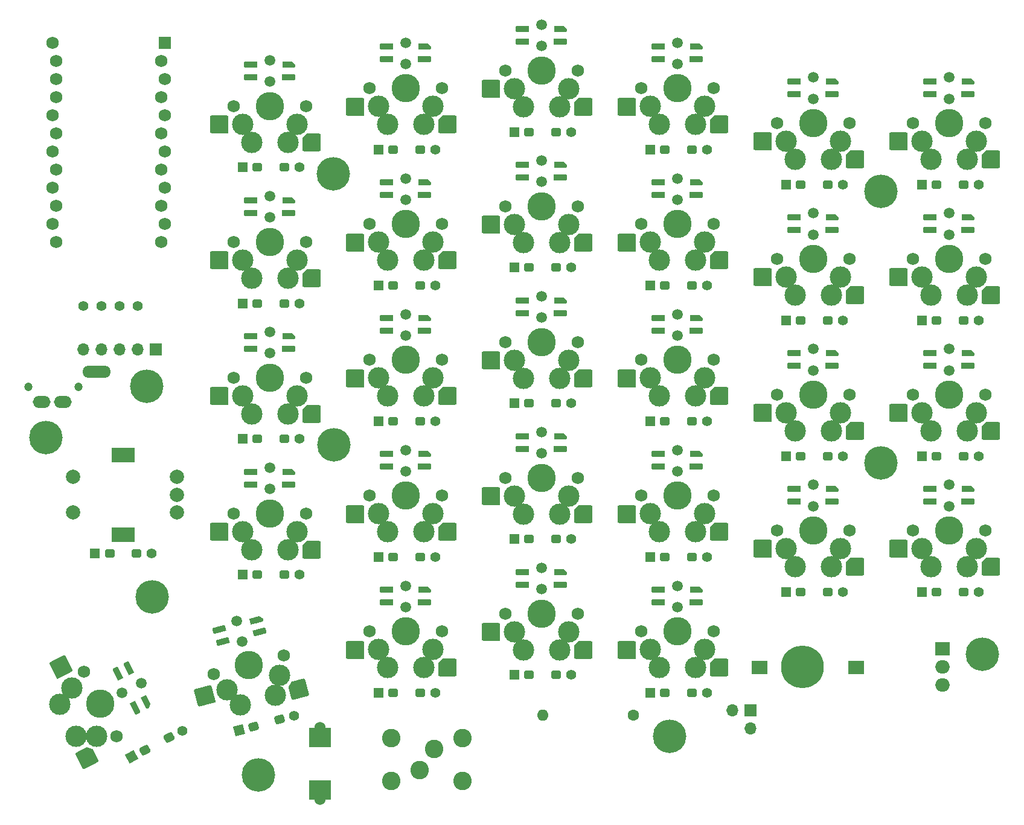
<source format=gts>
G04 #@! TF.GenerationSoftware,KiCad,Pcbnew,(7.0.0-0)*
G04 #@! TF.CreationDate,2023-04-09T16:09:40-07:00*
G04 #@! TF.ProjectId,Sofle_Loud,536f666c-655f-44c6-9f75-642e6b696361,rev?*
G04 #@! TF.SameCoordinates,Original*
G04 #@! TF.FileFunction,Soldermask,Top*
G04 #@! TF.FilePolarity,Negative*
%FSLAX46Y46*%
G04 Gerber Fmt 4.6, Leading zero omitted, Abs format (unit mm)*
G04 Created by KiCad (PCBNEW (7.0.0-0)) date 2023-04-09 16:09:40*
%MOMM*%
%LPD*%
G01*
G04 APERTURE LIST*
G04 Aperture macros list*
%AMRoundRect*
0 Rectangle with rounded corners*
0 $1 Rounding radius*
0 $2 $3 $4 $5 $6 $7 $8 $9 X,Y pos of 4 corners*
0 Add a 4 corners polygon primitive as box body*
4,1,4,$2,$3,$4,$5,$6,$7,$8,$9,$2,$3,0*
0 Add four circle primitives for the rounded corners*
1,1,$1+$1,$2,$3*
1,1,$1+$1,$4,$5*
1,1,$1+$1,$6,$7*
1,1,$1+$1,$8,$9*
0 Add four rect primitives between the rounded corners*
20,1,$1+$1,$2,$3,$4,$5,0*
20,1,$1+$1,$4,$5,$6,$7,0*
20,1,$1+$1,$6,$7,$8,$9,0*
20,1,$1+$1,$8,$9,$2,$3,0*%
%AMRotRect*
0 Rectangle, with rotation*
0 The origin of the aperture is its center*
0 $1 length*
0 $2 width*
0 $3 Rotation angle, in degrees counterclockwise*
0 Add horizontal line*
21,1,$1,$2,0,0,$3*%
%AMFreePoly0*
4,1,18,-0.744993,0.210051,-0.729004,0.290434,-0.683470,0.358580,-0.615324,0.404114,-0.534941,0.420103,0.324890,0.420103,0.744993,0.000000,0.744993,-0.210051,0.729004,-0.290434,0.683470,-0.358580,0.615324,-0.404114,0.534941,-0.420103,-0.534941,-0.420103,-0.615324,-0.404114,-0.683470,-0.358580,-0.729004,-0.290434,-0.744993,-0.210051,-0.744993,0.210051,-0.744993,0.210051,$1*%
%AMFreePoly1*
4,1,13,-0.915000,0.425000,0.702500,0.425000,0.783820,0.408824,0.852760,0.362760,0.898824,0.293820,0.915000,0.212500,0.915000,-0.212500,0.898824,-0.293820,0.852760,-0.362760,0.783820,-0.408824,0.702500,-0.425000,-0.915000,-0.425000,-0.915000,0.425000,-0.915000,0.425000,$1*%
%AMFreePoly2*
4,1,13,-0.909999,0.425000,0.697499,0.425000,0.778819,0.408824,0.847759,0.362760,0.893823,0.293820,0.909999,0.212500,0.909999,-0.212500,0.893823,-0.293820,0.847759,-0.362760,0.778819,-0.408824,0.697499,-0.425000,-0.909999,-0.425000,-0.909999,0.425000,-0.909999,0.425000,$1*%
%AMFreePoly3*
4,1,18,-1.275000,1.008000,-1.255818,1.104436,-1.201191,1.186191,-1.119436,1.240818,-1.023000,1.260000,1.023000,1.260000,1.119436,1.240818,1.201191,1.186191,1.255818,1.104436,1.275000,1.008000,1.275000,-0.630000,0.645000,-1.260000,-1.023000,-1.260000,-1.119436,-1.240818,-1.201191,-1.186191,-1.255818,-1.104436,-1.275000,-1.008000,-1.275000,1.008000,-1.275000,1.008000,$1*%
%AMFreePoly4*
4,1,17,-1.275000,1.260000,1.023000,1.260000,1.119436,1.240818,1.201191,1.186191,1.255818,1.104436,1.275000,1.008000,1.275000,-1.008000,1.255818,-1.104436,1.201191,-1.186191,1.119436,-1.240818,1.023000,-1.260000,-1.023000,-1.260000,-1.119436,-1.240818,-1.201191,-1.186191,-1.255818,-1.104436,-1.275000,-1.008000,-1.275000,1.260000,-1.275000,1.260000,$1*%
G04 Aperture macros list end*
%ADD10C,1.200000*%
%ADD11O,4.000000X1.700000*%
%ADD12O,2.500000X1.700000*%
%ADD13C,4.700000*%
%ADD14R,1.752600X1.752600*%
%ADD15C,1.752600*%
%ADD16C,1.524000*%
%ADD17C,1.750000*%
%ADD18C,3.000000*%
%ADD19FreePoly0,0.000000*%
%ADD20FreePoly1,0.000000*%
%ADD21R,1.379987X0.840206*%
%ADD22C,3.987800*%
%ADD23C,1.500000*%
%ADD24FreePoly1,180.000000*%
%ADD25FreePoly2,180.000000*%
%ADD26FreePoly3,180.000000*%
%ADD27FreePoly4,180.000000*%
%ADD28FreePoly0,297.000000*%
%ADD29FreePoly1,297.000000*%
%ADD30RotRect,1.379987X0.840206X297.000000*%
%ADD31FreePoly1,117.000000*%
%ADD32FreePoly2,117.000000*%
%ADD33FreePoly3,117.000000*%
%ADD34FreePoly4,117.000000*%
%ADD35C,1.397000*%
%ADD36C,2.000000*%
%ADD37R,3.200000X2.000000*%
%ADD38FreePoly0,15.000000*%
%ADD39FreePoly1,15.000000*%
%ADD40RotRect,1.379987X0.840206X15.000000*%
%ADD41FreePoly1,195.000000*%
%ADD42FreePoly2,195.000000*%
%ADD43FreePoly3,195.000000*%
%ADD44FreePoly4,195.000000*%
%ADD45R,1.700000X1.700000*%
%ADD46O,1.700000X1.700000*%
%ADD47C,2.600000*%
%ADD48C,0.500000*%
%ADD49R,2.311400X1.955800*%
%ADD50C,1.600000*%
%ADD51O,1.600000X1.600000*%
%ADD52R,3.120000X2.795000*%
%ADD53C,6.000000*%
%ADD54R,2.000000X1.905000*%
%ADD55O,2.000000X1.905000*%
%ADD56R,1.400000X1.400000*%
%ADD57RoundRect,0.300000X-0.400000X-0.300000X0.400000X-0.300000X0.400000X0.300000X-0.400000X0.300000X0*%
%ADD58C,1.400000*%
%ADD59RotRect,1.400000X1.400000X27.000000*%
%ADD60RoundRect,0.300000X-0.220205X-0.448898X0.492600X-0.085706X0.220205X0.448898X-0.492600X0.085706X0*%
%ADD61RotRect,1.400000X1.400000X15.000000*%
%ADD62RoundRect,0.300000X-0.308725X-0.393305X0.464016X-0.186250X0.308725X0.393305X-0.464016X0.186250X0*%
G04 APERTURE END LIST*
D10*
X86750000Y-89370000D03*
X86750000Y-89370000D03*
X93750000Y-89370000D03*
X93750000Y-89370000D03*
D11*
X96299999Y-87269999D03*
D12*
X91549999Y-91469999D03*
X88549999Y-91469999D03*
D13*
X104080000Y-118820000D03*
D14*
X105811399Y-41079254D03*
D15*
X105354200Y-43619255D03*
X105811400Y-46159255D03*
X105354200Y-48699255D03*
X105811400Y-51239255D03*
X105354200Y-53779255D03*
X105811400Y-56319255D03*
X105354200Y-58859255D03*
X105811400Y-61399255D03*
X105354200Y-63939255D03*
X105811400Y-66479255D03*
X105354200Y-69019255D03*
X90571400Y-69019255D03*
X90114200Y-66479255D03*
X90571400Y-63939255D03*
X90114200Y-61399255D03*
X90571400Y-58859255D03*
X90114200Y-56319255D03*
X90571400Y-53779255D03*
X90114200Y-51239255D03*
X90571400Y-48699255D03*
X90571400Y-46159255D03*
D16*
X90571400Y-43619255D03*
D15*
X90571400Y-43619255D03*
X90114200Y-41079255D03*
D17*
X125630000Y-50000000D03*
X125630000Y-50000000D03*
D18*
X124360000Y-52540000D03*
D19*
X123404986Y-44149999D03*
D20*
X123234999Y-45904999D03*
D18*
X123090000Y-55080000D03*
D21*
X123019999Y-44149999D03*
D22*
X120550000Y-50000000D03*
X120550000Y-50000000D03*
D23*
X120550000Y-46569730D03*
X120550000Y-43570000D03*
D18*
X118010000Y-55080000D03*
D24*
X117865000Y-44144999D03*
D25*
X117860000Y-45904999D03*
D18*
X116740000Y-52540000D03*
D17*
X115470000Y-50000000D03*
X115470000Y-50000000D03*
D26*
X126391999Y-55069999D03*
D27*
X113464999Y-52549999D03*
D17*
X163730000Y-45000000D03*
X163730000Y-45000000D03*
D18*
X162460000Y-47540000D03*
D19*
X161504986Y-39149999D03*
D20*
X161334999Y-40904999D03*
D18*
X161190000Y-50080000D03*
D21*
X161119999Y-39149999D03*
D22*
X158650000Y-45000000D03*
X158650000Y-45000000D03*
D23*
X158650000Y-41569730D03*
X158650000Y-38570000D03*
D18*
X156110000Y-50080000D03*
D24*
X155965000Y-39144999D03*
D25*
X155960000Y-40904999D03*
D18*
X154840000Y-47540000D03*
D17*
X153570000Y-45000000D03*
X153570000Y-45000000D03*
D26*
X164491999Y-50069999D03*
D27*
X151564999Y-47549999D03*
D17*
X125630000Y-88100000D03*
X125630000Y-88100000D03*
D18*
X124360000Y-90640000D03*
D19*
X123404986Y-82249999D03*
D20*
X123234999Y-84004999D03*
D18*
X123090000Y-93180000D03*
D21*
X123019999Y-82249999D03*
D22*
X120550000Y-88100000D03*
X120550000Y-88100000D03*
D23*
X120550000Y-84669730D03*
X120550000Y-81670000D03*
D18*
X118010000Y-93180000D03*
D24*
X117865000Y-82244999D03*
D25*
X117860000Y-84004999D03*
D18*
X116740000Y-90640000D03*
D17*
X115470000Y-88100000D03*
X115470000Y-88100000D03*
D26*
X126391999Y-93169999D03*
D27*
X113464999Y-90649999D03*
D17*
X144680000Y-85600000D03*
X144680000Y-85600000D03*
D18*
X143410000Y-88140000D03*
D19*
X142454986Y-79749999D03*
D20*
X142284999Y-81504999D03*
D18*
X142140000Y-90680000D03*
D21*
X142069999Y-79749999D03*
D22*
X139600000Y-85600000D03*
X139600000Y-85600000D03*
D23*
X139600000Y-82169730D03*
X139600000Y-79170000D03*
D18*
X137060000Y-90680000D03*
D24*
X136915000Y-79744999D03*
D25*
X136910000Y-81504999D03*
D18*
X135790000Y-88140000D03*
D17*
X134520000Y-85600000D03*
X134520000Y-85600000D03*
D26*
X145441999Y-90669999D03*
D27*
X132514999Y-88149999D03*
D17*
X163730000Y-102150000D03*
X163730000Y-102150000D03*
D18*
X162460000Y-104690000D03*
D19*
X161504986Y-96299999D03*
D20*
X161334999Y-98054999D03*
D18*
X161190000Y-107230000D03*
D21*
X161119999Y-96299999D03*
D22*
X158650000Y-102150000D03*
X158650000Y-102150000D03*
D23*
X158650000Y-98719730D03*
X158650000Y-95720000D03*
D18*
X156110000Y-107230000D03*
D24*
X155965000Y-96294999D03*
D25*
X155960000Y-98054999D03*
D18*
X154840000Y-104690000D03*
D17*
X153570000Y-102150000D03*
X153570000Y-102150000D03*
D26*
X164491999Y-107219999D03*
D27*
X151564999Y-104699999D03*
D17*
X201830000Y-109550000D03*
X201830000Y-109550000D03*
D18*
X200560000Y-112090000D03*
D19*
X199604986Y-103699999D03*
D20*
X199434999Y-105454999D03*
D18*
X199290000Y-114630000D03*
D21*
X199219999Y-103699999D03*
D22*
X196750000Y-109550000D03*
X196750000Y-109550000D03*
D23*
X196750000Y-106119730D03*
X196750000Y-103120000D03*
D18*
X194210000Y-114630000D03*
D24*
X194065000Y-103694999D03*
D25*
X194060000Y-105454999D03*
D18*
X192940000Y-112090000D03*
D17*
X191670000Y-109550000D03*
X191670000Y-109550000D03*
D26*
X202591999Y-114619999D03*
D27*
X189664999Y-112099999D03*
D17*
X99102018Y-138367122D03*
X99102018Y-138367122D03*
D18*
X96262293Y-138388680D03*
D28*
X103304270Y-133728776D03*
D29*
X101663381Y-134374069D03*
D18*
X93422569Y-138410237D03*
D30*
X103129490Y-133385750D03*
D22*
X96795746Y-133840809D03*
X96795746Y-133840809D03*
D23*
X99852139Y-132283499D03*
X102524918Y-130921650D03*
D18*
X91116297Y-133883924D03*
D31*
X100793624Y-128790342D03*
D32*
X99223183Y-129584910D03*
D18*
X92802886Y-131599210D03*
D17*
X94489474Y-129314496D03*
X94489474Y-129314496D03*
D33*
X94930554Y-141347800D03*
D34*
X91307156Y-128685703D03*
D13*
X89175000Y-96460000D03*
D35*
X102009999Y-77990000D03*
X99469999Y-77990000D03*
X96929999Y-77990000D03*
X94389999Y-77990000D03*
D13*
X103336053Y-89258552D03*
D36*
X107500000Y-107000000D03*
X107500000Y-102000000D03*
X107500000Y-104500000D03*
D37*
X99999999Y-110099999D03*
X99999999Y-98899999D03*
D36*
X93000000Y-102000000D03*
X93000000Y-107000000D03*
D17*
X122506903Y-127085199D03*
X122506903Y-127085199D03*
D18*
X121937578Y-129867351D03*
D38*
X118843613Y-122010408D03*
D39*
X119133646Y-123749604D03*
D18*
X121368252Y-132649503D03*
D40*
X118471744Y-122110050D03*
D22*
X117600000Y-128400000D03*
X117600000Y-128400000D03*
D23*
X116712181Y-125086614D03*
X115935794Y-122189097D03*
D18*
X116461349Y-133964304D03*
D41*
X113491104Y-123439432D03*
D42*
X113941796Y-125140756D03*
D18*
X114577223Y-131839552D03*
D17*
X112693097Y-129714801D03*
X112693097Y-129714801D03*
D43*
X124555150Y-131785222D03*
D44*
X111416403Y-132696843D03*
D17*
X220880000Y-71450000D03*
X220880000Y-71450000D03*
D18*
X219610000Y-73990000D03*
D19*
X218654986Y-65599999D03*
D20*
X218484999Y-67354999D03*
D18*
X218340000Y-76530000D03*
D21*
X218269999Y-65599999D03*
D22*
X215800000Y-71450000D03*
X215800000Y-71450000D03*
D23*
X215800000Y-68019730D03*
X215800000Y-65020000D03*
D18*
X213260000Y-76530000D03*
D24*
X213115000Y-65594999D03*
D25*
X213110000Y-67354999D03*
D18*
X211990000Y-73990000D03*
D17*
X210720000Y-71450000D03*
X210720000Y-71450000D03*
D26*
X221641999Y-76519999D03*
D27*
X208714999Y-73999999D03*
D17*
X220880000Y-90500000D03*
X220880000Y-90500000D03*
D18*
X219610000Y-93040000D03*
D19*
X218654986Y-84649999D03*
D20*
X218484999Y-86404999D03*
D18*
X218340000Y-95580000D03*
D21*
X218269999Y-84649999D03*
D22*
X215800000Y-90500000D03*
X215800000Y-90500000D03*
D23*
X215800000Y-87069730D03*
X215800000Y-84070000D03*
D18*
X213260000Y-95580000D03*
D24*
X213115000Y-84644999D03*
D25*
X213110000Y-86404999D03*
D18*
X211990000Y-93040000D03*
D17*
X210720000Y-90500000D03*
X210720000Y-90500000D03*
D26*
X221641999Y-95569999D03*
D27*
X208714999Y-93049999D03*
D17*
X220880000Y-109550000D03*
X220880000Y-109550000D03*
D18*
X219610000Y-112090000D03*
D19*
X218654986Y-103699999D03*
D20*
X218484999Y-105454999D03*
D18*
X218340000Y-114630000D03*
D21*
X218269999Y-103699999D03*
D22*
X215800000Y-109550000D03*
X215800000Y-109550000D03*
D23*
X215800000Y-106119730D03*
X215800000Y-103120000D03*
D18*
X213260000Y-114630000D03*
D24*
X213115000Y-103694999D03*
D25*
X213110000Y-105454999D03*
D18*
X211990000Y-112090000D03*
D17*
X210720000Y-109550000D03*
X210720000Y-109550000D03*
D26*
X221641999Y-114619999D03*
D27*
X208714999Y-112099999D03*
D17*
X182780000Y-47500000D03*
X182780000Y-47500000D03*
D18*
X181510000Y-50040000D03*
D19*
X180554986Y-41649999D03*
D20*
X180384999Y-43404999D03*
D18*
X180240000Y-52580000D03*
D21*
X180169999Y-41649999D03*
D22*
X177700000Y-47500000D03*
X177700000Y-47500000D03*
D23*
X177700000Y-44069730D03*
X177700000Y-41070000D03*
D18*
X175160000Y-52580000D03*
D24*
X175015000Y-41644999D03*
D25*
X175010000Y-43404999D03*
D18*
X173890000Y-50040000D03*
D17*
X172620000Y-47500000D03*
X172620000Y-47500000D03*
D26*
X183541999Y-52569999D03*
D27*
X170614999Y-50049999D03*
D13*
X206290000Y-61910000D03*
D17*
X201830000Y-52400000D03*
X201830000Y-52400000D03*
D18*
X200560000Y-54940000D03*
D19*
X199604986Y-46549999D03*
D20*
X199434999Y-48304999D03*
D18*
X199290000Y-57480000D03*
D21*
X199219999Y-46549999D03*
D22*
X196750000Y-52400000D03*
X196750000Y-52400000D03*
D23*
X196750000Y-48969730D03*
X196750000Y-45970000D03*
D18*
X194210000Y-57480000D03*
D24*
X194065000Y-46544999D03*
D25*
X194060000Y-48304999D03*
D18*
X192940000Y-54940000D03*
D17*
X191670000Y-52400000D03*
X191670000Y-52400000D03*
D26*
X202591999Y-57469999D03*
D27*
X189664999Y-54949999D03*
D17*
X144680000Y-66550000D03*
X144680000Y-66550000D03*
D18*
X143410000Y-69090000D03*
D19*
X142454986Y-60699999D03*
D20*
X142284999Y-62454999D03*
D18*
X142140000Y-71630000D03*
D21*
X142069999Y-60699999D03*
D22*
X139600000Y-66550000D03*
X139600000Y-66550000D03*
D23*
X139600000Y-63119730D03*
X139600000Y-60120000D03*
D18*
X137060000Y-71630000D03*
D24*
X136915000Y-60694999D03*
D25*
X136910000Y-62454999D03*
D18*
X135790000Y-69090000D03*
D17*
X134520000Y-66550000D03*
X134520000Y-66550000D03*
D26*
X145441999Y-71619999D03*
D27*
X132514999Y-69099999D03*
D17*
X182780000Y-66550000D03*
X182780000Y-66550000D03*
D18*
X181510000Y-69090000D03*
D19*
X180554986Y-60699999D03*
D20*
X180384999Y-62454999D03*
D18*
X180240000Y-71630000D03*
D21*
X180169999Y-60699999D03*
D22*
X177700000Y-66550000D03*
X177700000Y-66550000D03*
D23*
X177700000Y-63119730D03*
X177700000Y-60120000D03*
D18*
X175160000Y-71630000D03*
D24*
X175015000Y-60694999D03*
D25*
X175010000Y-62454999D03*
D18*
X173890000Y-69090000D03*
D17*
X172620000Y-66550000D03*
X172620000Y-66550000D03*
D26*
X183541999Y-71619999D03*
D27*
X170614999Y-69099999D03*
D17*
X163730000Y-64050000D03*
X163730000Y-64050000D03*
D18*
X162460000Y-66590000D03*
D19*
X161504986Y-58199999D03*
D20*
X161334999Y-59954999D03*
D18*
X161190000Y-69130000D03*
D21*
X161119999Y-58199999D03*
D22*
X158650000Y-64050000D03*
X158650000Y-64050000D03*
D23*
X158650000Y-60619730D03*
X158650000Y-57620000D03*
D18*
X156110000Y-69130000D03*
D24*
X155965000Y-58194999D03*
D25*
X155960000Y-59954999D03*
D18*
X154840000Y-66590000D03*
D17*
X153570000Y-64050000D03*
X153570000Y-64050000D03*
D26*
X164491999Y-69119999D03*
D27*
X151564999Y-66599999D03*
D17*
X182780000Y-85600000D03*
X182780000Y-85600000D03*
D18*
X181510000Y-88140000D03*
D19*
X180554986Y-79749999D03*
D20*
X180384999Y-81504999D03*
D18*
X180240000Y-90680000D03*
D21*
X180169999Y-79749999D03*
D22*
X177700000Y-85600000D03*
X177700000Y-85600000D03*
D23*
X177700000Y-82169730D03*
X177700000Y-79170000D03*
D18*
X175160000Y-90680000D03*
D24*
X175015000Y-79744999D03*
D25*
X175010000Y-81504999D03*
D18*
X173890000Y-88140000D03*
D17*
X172620000Y-85600000D03*
X172620000Y-85600000D03*
D26*
X183541999Y-90669999D03*
D27*
X170614999Y-88149999D03*
D17*
X220880000Y-52400000D03*
X220880000Y-52400000D03*
D18*
X219610000Y-54940000D03*
D19*
X218654986Y-46549999D03*
D20*
X218484999Y-48304999D03*
D18*
X218340000Y-57480000D03*
D21*
X218269999Y-46549999D03*
D22*
X215800000Y-52400000D03*
X215800000Y-52400000D03*
D23*
X215800000Y-48969730D03*
X215800000Y-45970000D03*
D18*
X213260000Y-57480000D03*
D24*
X213115000Y-46544999D03*
D25*
X213110000Y-48304999D03*
D18*
X211990000Y-54940000D03*
D17*
X210720000Y-52400000D03*
X210720000Y-52400000D03*
D26*
X221641999Y-57469999D03*
D27*
X208714999Y-54949999D03*
D17*
X125630000Y-69050000D03*
X125630000Y-69050000D03*
D18*
X124360000Y-71590000D03*
D19*
X123404986Y-63199999D03*
D20*
X123234999Y-64954999D03*
D18*
X123090000Y-74130000D03*
D21*
X123019999Y-63199999D03*
D22*
X120550000Y-69050000D03*
X120550000Y-69050000D03*
D23*
X120550000Y-65619730D03*
X120550000Y-62620000D03*
D18*
X118010000Y-74130000D03*
D24*
X117865000Y-63194999D03*
D25*
X117860000Y-64954999D03*
D18*
X116740000Y-71590000D03*
D17*
X115470000Y-69050000D03*
X115470000Y-69050000D03*
D26*
X126391999Y-74119999D03*
D27*
X113464999Y-71599999D03*
D17*
X182780000Y-123700000D03*
X182780000Y-123700000D03*
D18*
X181510000Y-126240000D03*
D19*
X180554986Y-117849999D03*
D20*
X180384999Y-119604999D03*
D18*
X180240000Y-128780000D03*
D21*
X180169999Y-117849999D03*
D22*
X177700000Y-123700000D03*
X177700000Y-123700000D03*
D23*
X177700000Y-120269730D03*
X177700000Y-117270000D03*
D18*
X175160000Y-128780000D03*
D24*
X175015000Y-117844999D03*
D25*
X175010000Y-119604999D03*
D18*
X173890000Y-126240000D03*
D17*
X172620000Y-123700000D03*
X172620000Y-123700000D03*
D26*
X183541999Y-128769999D03*
D27*
X170614999Y-126249999D03*
D17*
X201830000Y-71450000D03*
X201830000Y-71450000D03*
D18*
X200560000Y-73990000D03*
D19*
X199604986Y-65599999D03*
D20*
X199434999Y-67354999D03*
D18*
X199290000Y-76530000D03*
D21*
X199219999Y-65599999D03*
D22*
X196750000Y-71450000D03*
X196750000Y-71450000D03*
D23*
X196750000Y-68019730D03*
X196750000Y-65020000D03*
D18*
X194210000Y-76530000D03*
D24*
X194065000Y-65594999D03*
D25*
X194060000Y-67354999D03*
D18*
X192940000Y-73990000D03*
D17*
X191670000Y-71450000D03*
X191670000Y-71450000D03*
D26*
X202591999Y-76519999D03*
D27*
X189664999Y-73999999D03*
D17*
X182780000Y-104650000D03*
X182780000Y-104650000D03*
D18*
X181510000Y-107190000D03*
D19*
X180554986Y-98799999D03*
D20*
X180384999Y-100554999D03*
D18*
X180240000Y-109730000D03*
D21*
X180169999Y-98799999D03*
D22*
X177700000Y-104650000D03*
X177700000Y-104650000D03*
D23*
X177700000Y-101219730D03*
X177700000Y-98220000D03*
D18*
X175160000Y-109730000D03*
D24*
X175015000Y-98794999D03*
D25*
X175010000Y-100554999D03*
D18*
X173890000Y-107190000D03*
D17*
X172620000Y-104650000D03*
X172620000Y-104650000D03*
D26*
X183541999Y-109719999D03*
D27*
X170614999Y-107199999D03*
D17*
X201830000Y-90500000D03*
X201830000Y-90500000D03*
D18*
X200560000Y-93040000D03*
D19*
X199604986Y-84649999D03*
D20*
X199434999Y-86404999D03*
D18*
X199290000Y-95580000D03*
D21*
X199219999Y-84649999D03*
D22*
X196750000Y-90500000D03*
X196750000Y-90500000D03*
D23*
X196750000Y-87069730D03*
X196750000Y-84070000D03*
D18*
X194210000Y-95580000D03*
D24*
X194065000Y-84644999D03*
D25*
X194060000Y-86404999D03*
D18*
X192940000Y-93040000D03*
D17*
X191670000Y-90500000D03*
X191670000Y-90500000D03*
D26*
X202591999Y-95569999D03*
D27*
X189664999Y-93049999D03*
D17*
X163730000Y-121200000D03*
X163730000Y-121200000D03*
D18*
X162460000Y-123740000D03*
D19*
X161504986Y-115349999D03*
D20*
X161334999Y-117104999D03*
D18*
X161190000Y-126280000D03*
D21*
X161119999Y-115349999D03*
D22*
X158650000Y-121200000D03*
X158650000Y-121200000D03*
D23*
X158650000Y-117769730D03*
X158650000Y-114770000D03*
D18*
X156110000Y-126280000D03*
D24*
X155965000Y-115344999D03*
D25*
X155960000Y-117104999D03*
D18*
X154840000Y-123740000D03*
D17*
X153570000Y-121200000D03*
X153570000Y-121200000D03*
D26*
X164491999Y-126269999D03*
D27*
X151564999Y-123749999D03*
D17*
X163730000Y-83100000D03*
X163730000Y-83100000D03*
D18*
X162460000Y-85640000D03*
D19*
X161504986Y-77249999D03*
D20*
X161334999Y-79004999D03*
D18*
X161190000Y-88180000D03*
D21*
X161119999Y-77249999D03*
D22*
X158650000Y-83100000D03*
X158650000Y-83100000D03*
D23*
X158650000Y-79669730D03*
X158650000Y-76670000D03*
D18*
X156110000Y-88180000D03*
D24*
X155965000Y-77244999D03*
D25*
X155960000Y-79004999D03*
D18*
X154840000Y-85640000D03*
D17*
X153570000Y-83100000D03*
X153570000Y-83100000D03*
D26*
X164491999Y-88169999D03*
D27*
X151564999Y-85649999D03*
D17*
X144680000Y-47500000D03*
X144680000Y-47500000D03*
D18*
X143410000Y-50040000D03*
D19*
X142454986Y-41649999D03*
D20*
X142284999Y-43404999D03*
D18*
X142140000Y-52580000D03*
D21*
X142069999Y-41649999D03*
D22*
X139600000Y-47500000D03*
X139600000Y-47500000D03*
D23*
X139600000Y-44069730D03*
X139600000Y-41070000D03*
D18*
X137060000Y-52580000D03*
D24*
X136915000Y-41644999D03*
D25*
X136910000Y-43404999D03*
D18*
X135790000Y-50040000D03*
D17*
X134520000Y-47500000D03*
X134520000Y-47500000D03*
D26*
X145441999Y-52569999D03*
D27*
X132514999Y-50049999D03*
D17*
X144680000Y-104650000D03*
X144680000Y-104650000D03*
D18*
X143410000Y-107190000D03*
D19*
X142454986Y-98799999D03*
D20*
X142284999Y-100554999D03*
D18*
X142140000Y-109730000D03*
D21*
X142069999Y-98799999D03*
D22*
X139600000Y-104650000D03*
X139600000Y-104650000D03*
D23*
X139600000Y-101219730D03*
X139600000Y-98220000D03*
D18*
X137060000Y-109730000D03*
D24*
X136915000Y-98794999D03*
D25*
X136910000Y-100554999D03*
D18*
X135790000Y-107190000D03*
D17*
X134520000Y-104650000D03*
X134520000Y-104650000D03*
D26*
X145441999Y-109719999D03*
D27*
X132514999Y-107199999D03*
D13*
X206275000Y-100025000D03*
D17*
X144680000Y-123700000D03*
X144680000Y-123700000D03*
D18*
X143410000Y-126240000D03*
D19*
X142454986Y-117849999D03*
D20*
X142284999Y-119604999D03*
D18*
X142140000Y-128780000D03*
D21*
X142069999Y-117849999D03*
D22*
X139600000Y-123700000D03*
X139600000Y-123700000D03*
D23*
X139600000Y-120269730D03*
X139600000Y-117270000D03*
D18*
X137060000Y-128780000D03*
D24*
X136915000Y-117844999D03*
D25*
X136910000Y-119604999D03*
D18*
X135790000Y-126240000D03*
D17*
X134520000Y-123700000D03*
X134520000Y-123700000D03*
D26*
X145441999Y-128769999D03*
D27*
X132514999Y-126249999D03*
D13*
X129440000Y-59510000D03*
X129530000Y-97460000D03*
D45*
X104615235Y-84119999D03*
D46*
X102075235Y-84119999D03*
X99535235Y-84119999D03*
X96995235Y-84119999D03*
X94455235Y-84119999D03*
D47*
X147590000Y-144650000D03*
X147590000Y-138650000D03*
X143590000Y-140150000D03*
X141590000Y-143150000D03*
X137590000Y-144650000D03*
X137590000Y-138675000D03*
D48*
X189215500Y-128710000D03*
D49*
X189215499Y-128709999D03*
D48*
X202804500Y-128710000D03*
D49*
X202804499Y-128709999D03*
D50*
X171550000Y-135400000D03*
D51*
X158849999Y-135399999D03*
D52*
X127639999Y-138557499D03*
D16*
X127640000Y-137160000D03*
X127640000Y-147320000D03*
D52*
X127639999Y-145922499D03*
D13*
X220470000Y-126900000D03*
D53*
X195235000Y-128660000D03*
D54*
X214924999Y-126089999D03*
D55*
X214924999Y-128629999D03*
X214924999Y-131169999D03*
D13*
X176640000Y-138380000D03*
D17*
X125630000Y-107150000D03*
X125630000Y-107150000D03*
D18*
X124360000Y-109690000D03*
D19*
X123404986Y-101299999D03*
D20*
X123234999Y-103054999D03*
D18*
X123090000Y-112230000D03*
D21*
X123019999Y-101299999D03*
D22*
X120550000Y-107150000D03*
X120550000Y-107150000D03*
D23*
X120550000Y-103719730D03*
X120550000Y-100720000D03*
D18*
X118010000Y-112230000D03*
D24*
X117865000Y-101294999D03*
D25*
X117860000Y-103054999D03*
D18*
X116740000Y-109690000D03*
D17*
X115470000Y-107150000D03*
X115470000Y-107150000D03*
D26*
X126391999Y-112219999D03*
D27*
X113464999Y-109699999D03*
D45*
X187979999Y-134779999D03*
D46*
X185439999Y-134779999D03*
X187979999Y-137319999D03*
D13*
X118930000Y-143800000D03*
D56*
X116729999Y-58574999D03*
D57*
X118830000Y-58575000D03*
X122630000Y-58575000D03*
D58*
X124730000Y-58575000D03*
D56*
X135779999Y-56074999D03*
D57*
X137880000Y-56075000D03*
X141680000Y-56075000D03*
D58*
X143780000Y-56075000D03*
D56*
X154829999Y-53609999D03*
D57*
X156930000Y-53610000D03*
X160730000Y-53610000D03*
D58*
X162830000Y-53610000D03*
D56*
X173879999Y-56074999D03*
D57*
X175980000Y-56075000D03*
X179780000Y-56075000D03*
D58*
X181880000Y-56075000D03*
D56*
X192929999Y-60974999D03*
D57*
X195030000Y-60975000D03*
X198830000Y-60975000D03*
D58*
X200930000Y-60975000D03*
D56*
X211979999Y-60974999D03*
D57*
X214080000Y-60975000D03*
X217880000Y-60975000D03*
D58*
X219980000Y-60975000D03*
D56*
X116729999Y-96674999D03*
D57*
X118830000Y-96675000D03*
X122630000Y-96675000D03*
D58*
X124730000Y-96675000D03*
D56*
X116729999Y-115724999D03*
D57*
X118830000Y-115725000D03*
X122630000Y-115725000D03*
D58*
X124730000Y-115725000D03*
D56*
X95999999Y-112739999D03*
D57*
X98100000Y-112740000D03*
X101900000Y-112740000D03*
D58*
X104000000Y-112740000D03*
D59*
X101193061Y-141278543D03*
D60*
X103064176Y-140325164D03*
X106450000Y-138600000D03*
D58*
X108321114Y-137646620D03*
D56*
X116729999Y-77674999D03*
D57*
X118830000Y-77675000D03*
X122630000Y-77675000D03*
D58*
X124730000Y-77675000D03*
D56*
X135779999Y-75124999D03*
D57*
X137880000Y-75125000D03*
X141680000Y-75125000D03*
D58*
X143780000Y-75125000D03*
D56*
X154829999Y-72624999D03*
D57*
X156930000Y-72625000D03*
X160730000Y-72625000D03*
D58*
X162830000Y-72625000D03*
D56*
X173879999Y-75124999D03*
D57*
X175980000Y-75125000D03*
X179780000Y-75125000D03*
D58*
X181880000Y-75125000D03*
D56*
X192929999Y-80024999D03*
D57*
X195030000Y-80025000D03*
X198830000Y-80025000D03*
D58*
X200930000Y-80025000D03*
D56*
X211979999Y-80024999D03*
D57*
X214080000Y-80025000D03*
X217880000Y-80025000D03*
D58*
X219980000Y-80025000D03*
D61*
X116221037Y-137567031D03*
D62*
X118249482Y-137023512D03*
X121920000Y-136040000D03*
D58*
X123948444Y-135496480D03*
D56*
X154829999Y-91674999D03*
D57*
X156930000Y-91675000D03*
X160730000Y-91675000D03*
D58*
X162830000Y-91675000D03*
D56*
X192929999Y-99074999D03*
D57*
X195030000Y-99075000D03*
X198830000Y-99075000D03*
D58*
X200930000Y-99075000D03*
D56*
X211979999Y-99074999D03*
D57*
X214080000Y-99075000D03*
X217880000Y-99075000D03*
D58*
X219980000Y-99075000D03*
D56*
X135779999Y-132274999D03*
D57*
X137880000Y-132275000D03*
X141680000Y-132275000D03*
D58*
X143780000Y-132275000D03*
D56*
X154829999Y-129774999D03*
D57*
X156930000Y-129775000D03*
X160730000Y-129775000D03*
D58*
X162830000Y-129775000D03*
D56*
X211979999Y-118124999D03*
D57*
X214080000Y-118125000D03*
X217880000Y-118125000D03*
D58*
X219980000Y-118125000D03*
D56*
X135779999Y-113224999D03*
D57*
X137880000Y-113225000D03*
X141680000Y-113225000D03*
D58*
X143780000Y-113225000D03*
D56*
X154829999Y-110724999D03*
D57*
X156930000Y-110725000D03*
X160730000Y-110725000D03*
D58*
X162830000Y-110725000D03*
D56*
X173879999Y-113224999D03*
D57*
X175980000Y-113225000D03*
X179780000Y-113225000D03*
D58*
X181880000Y-113225000D03*
D56*
X192929999Y-118124999D03*
D57*
X195030000Y-118125000D03*
X198830000Y-118125000D03*
D58*
X200930000Y-118125000D03*
D56*
X135779999Y-94174999D03*
D57*
X137880000Y-94175000D03*
X141680000Y-94175000D03*
D58*
X143780000Y-94175000D03*
D56*
X173879999Y-132274999D03*
D57*
X175980000Y-132275000D03*
X179780000Y-132275000D03*
D58*
X181880000Y-132275000D03*
D56*
X173879999Y-94174999D03*
D57*
X175980000Y-94175000D03*
X179780000Y-94175000D03*
D58*
X181880000Y-94175000D03*
M02*

</source>
